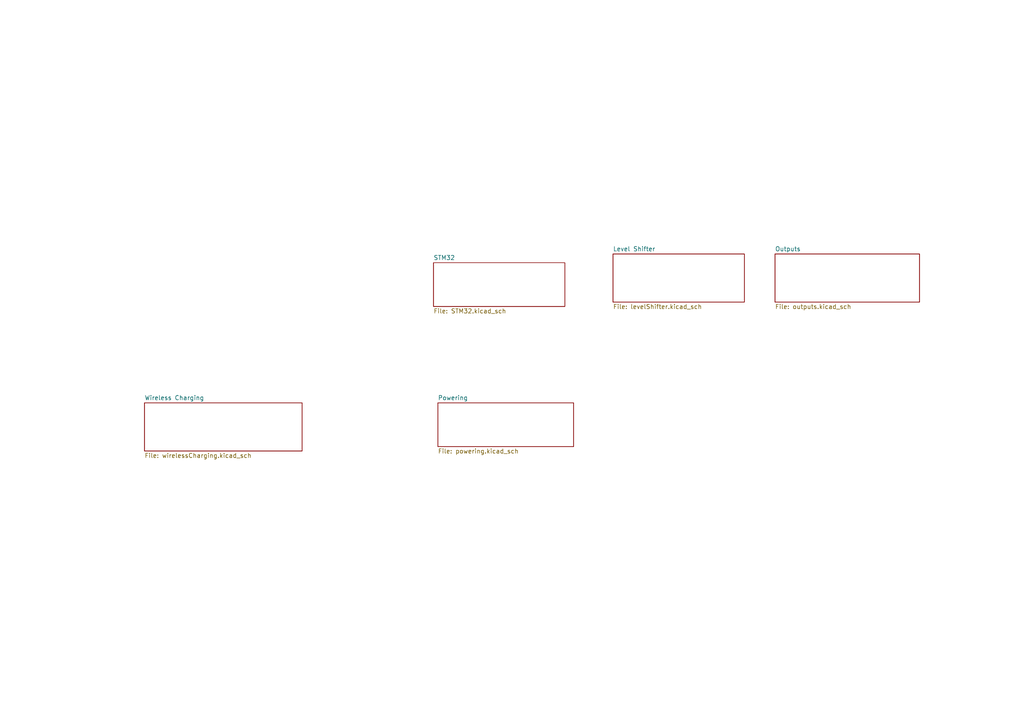
<source format=kicad_sch>
(kicad_sch
	(version 20231120)
	(generator "eeschema")
	(generator_version "8.0")
	(uuid "613ad2be-9e1b-480a-bebd-92b3f4aa981e")
	(paper "A4")
	(lib_symbols)
	(sheet
		(at 127 116.84)
		(size 39.37 12.7)
		(fields_autoplaced yes)
		(stroke
			(width 0.1524)
			(type solid)
		)
		(fill
			(color 0 0 0 0.0000)
		)
		(uuid "06175bf7-056d-4c87-b544-5701a40046aa")
		(property "Sheetname" "Powering"
			(at 127 116.1284 0)
			(effects
				(font
					(size 1.27 1.27)
				)
				(justify left bottom)
			)
		)
		(property "Sheetfile" "powering.kicad_sch"
			(at 127 130.1246 0)
			(effects
				(font
					(size 1.27 1.27)
				)
				(justify left top)
			)
		)
		(instances
			(project "MermaidControlUnit"
				(path "/613ad2be-9e1b-480a-bebd-92b3f4aa981e"
					(page "3")
				)
			)
		)
	)
	(sheet
		(at 125.73 76.2)
		(size 38.1 12.7)
		(fields_autoplaced yes)
		(stroke
			(width 0.1524)
			(type solid)
		)
		(fill
			(color 0 0 0 0.0000)
		)
		(uuid "36afd377-71d8-4b66-b8af-2cdaa020672d")
		(property "Sheetname" "STM32"
			(at 125.73 75.4884 0)
			(effects
				(font
					(size 1.27 1.27)
				)
				(justify left bottom)
			)
		)
		(property "Sheetfile" "STM32.kicad_sch"
			(at 125.73 89.4846 0)
			(effects
				(font
					(size 1.27 1.27)
				)
				(justify left top)
			)
		)
		(instances
			(project "MermaidControlUnit"
				(path "/613ad2be-9e1b-480a-bebd-92b3f4aa981e"
					(page "2")
				)
			)
		)
	)
	(sheet
		(at 224.79 73.66)
		(size 41.91 13.97)
		(fields_autoplaced yes)
		(stroke
			(width 0.1524)
			(type solid)
		)
		(fill
			(color 0 0 0 0.0000)
		)
		(uuid "9991d764-5141-439c-a23f-3637534d362c")
		(property "Sheetname" "Outputs"
			(at 224.79 72.9484 0)
			(effects
				(font
					(size 1.27 1.27)
				)
				(justify left bottom)
			)
		)
		(property "Sheetfile" "outputs.kicad_sch"
			(at 224.79 88.2146 0)
			(effects
				(font
					(size 1.27 1.27)
				)
				(justify left top)
			)
		)
		(instances
			(project "MermaidControlUnit"
				(path "/613ad2be-9e1b-480a-bebd-92b3f4aa981e"
					(page "5")
				)
			)
		)
	)
	(sheet
		(at 177.8 73.66)
		(size 38.1 13.97)
		(fields_autoplaced yes)
		(stroke
			(width 0.1524)
			(type solid)
		)
		(fill
			(color 0 0 0 0.0000)
		)
		(uuid "efe70ad0-7477-47d7-b435-61acb0161622")
		(property "Sheetname" "Level Shifter"
			(at 177.8 72.9484 0)
			(effects
				(font
					(size 1.27 1.27)
				)
				(justify left bottom)
			)
		)
		(property "Sheetfile" "levelShifter.kicad_sch"
			(at 177.8 88.2146 0)
			(effects
				(font
					(size 1.27 1.27)
				)
				(justify left top)
			)
		)
		(instances
			(project "MermaidControlUnit"
				(path "/613ad2be-9e1b-480a-bebd-92b3f4aa981e"
					(page "4")
				)
			)
		)
	)
	(sheet
		(at 41.91 116.84)
		(size 45.72 13.97)
		(fields_autoplaced yes)
		(stroke
			(width 0.1524)
			(type solid)
		)
		(fill
			(color 0 0 0 0.0000)
		)
		(uuid "f3cac301-4304-4120-b04f-ca1f74d608b8")
		(property "Sheetname" "Wireless Charging"
			(at 41.91 116.1284 0)
			(effects
				(font
					(size 1.27 1.27)
				)
				(justify left bottom)
			)
		)
		(property "Sheetfile" "wirelessCharging.kicad_sch"
			(at 41.91 131.3946 0)
			(effects
				(font
					(size 1.27 1.27)
				)
				(justify left top)
			)
		)
		(instances
			(project "MermaidControlUnit"
				(path "/613ad2be-9e1b-480a-bebd-92b3f4aa981e"
					(page "6")
				)
			)
		)
	)
	(sheet_instances
		(path "/"
			(page "1")
		)
	)
)

</source>
